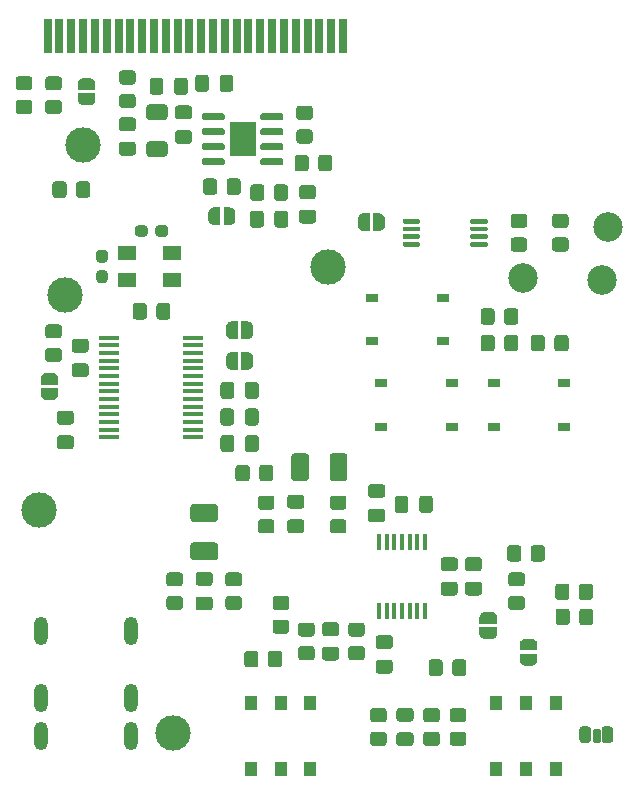
<source format=gts>
G04 #@! TF.GenerationSoftware,KiCad,Pcbnew,(5.1.7)-1*
G04 #@! TF.CreationDate,2022-01-01T19:06:31+01:00*
G04 #@! TF.ProjectId,expressDAC,65787072-6573-4734-9441-432e6b696361,rev?*
G04 #@! TF.SameCoordinates,Original*
G04 #@! TF.FileFunction,Soldermask,Top*
G04 #@! TF.FilePolarity,Negative*
%FSLAX46Y46*%
G04 Gerber Fmt 4.6, Leading zero omitted, Abs format (unit mm)*
G04 Created by KiCad (PCBNEW (5.1.7)-1) date 2022-01-01 19:06:31*
%MOMM*%
%LPD*%
G01*
G04 APERTURE LIST*
%ADD10C,3.000000*%
%ADD11R,0.700000X3.000000*%
%ADD12R,2.290000X3.000000*%
%ADD13O,1.200000X2.400000*%
%ADD14C,0.100000*%
%ADD15R,1.000000X1.150000*%
%ADD16R,1.000000X0.700000*%
%ADD17C,2.500000*%
%ADD18R,1.800000X0.450000*%
%ADD19R,0.450000X1.475000*%
%ADD20R,1.600000X1.300000*%
%ADD21C,0.254000*%
G04 APERTURE END LIST*
D10*
X70700000Y-59050000D03*
X46300000Y-79600000D03*
D11*
X72000000Y-39500000D03*
X71000000Y-39500000D03*
X70000000Y-39500000D03*
X69000000Y-39500000D03*
X68000000Y-39500000D03*
X67000000Y-39500000D03*
X66000000Y-39500000D03*
X65000000Y-39500000D03*
X64000000Y-39500000D03*
X63000000Y-39500000D03*
X62000000Y-39500000D03*
X61000000Y-39500000D03*
X60000000Y-39500000D03*
X59000000Y-39500000D03*
X58000000Y-39500000D03*
X57000000Y-39500000D03*
X56000000Y-39500000D03*
X55000000Y-39500000D03*
X54000000Y-39500000D03*
X53000000Y-39500000D03*
X52000000Y-39500000D03*
X51000000Y-39500000D03*
X50000000Y-39500000D03*
X49000000Y-39500000D03*
X48000000Y-39500000D03*
X47000000Y-39500000D03*
G36*
G01*
X75975000Y-93475000D02*
X75025000Y-93475000D01*
G75*
G02*
X74775000Y-93225000I0J250000D01*
G01*
X74775000Y-92550000D01*
G75*
G02*
X75025000Y-92300000I250000J0D01*
G01*
X75975000Y-92300000D01*
G75*
G02*
X76225000Y-92550000I0J-250000D01*
G01*
X76225000Y-93225000D01*
G75*
G02*
X75975000Y-93475000I-250000J0D01*
G01*
G37*
G36*
G01*
X75975000Y-91400000D02*
X75025000Y-91400000D01*
G75*
G02*
X74775000Y-91150000I0J250000D01*
G01*
X74775000Y-90475000D01*
G75*
G02*
X75025000Y-90225000I250000J0D01*
G01*
X75975000Y-90225000D01*
G75*
G02*
X76225000Y-90475000I0J-250000D01*
G01*
X76225000Y-91150000D01*
G75*
G02*
X75975000Y-91400000I-250000J0D01*
G01*
G37*
G36*
G01*
X92000000Y-89125001D02*
X92000000Y-88224999D01*
G75*
G02*
X92249999Y-87975000I249999J0D01*
G01*
X92950001Y-87975000D01*
G75*
G02*
X93200000Y-88224999I0J-249999D01*
G01*
X93200000Y-89125001D01*
G75*
G02*
X92950001Y-89375000I-249999J0D01*
G01*
X92249999Y-89375000D01*
G75*
G02*
X92000000Y-89125001I0J249999D01*
G01*
G37*
G36*
G01*
X90000000Y-89125001D02*
X90000000Y-88224999D01*
G75*
G02*
X90249999Y-87975000I249999J0D01*
G01*
X90950001Y-87975000D01*
G75*
G02*
X91200000Y-88224999I0J-249999D01*
G01*
X91200000Y-89125001D01*
G75*
G02*
X90950001Y-89375000I-249999J0D01*
G01*
X90249999Y-89375000D01*
G75*
G02*
X90000000Y-89125001I0J249999D01*
G01*
G37*
G36*
G01*
X91175000Y-86099999D02*
X91175000Y-87000001D01*
G75*
G02*
X90925001Y-87250000I-249999J0D01*
G01*
X90224999Y-87250000D01*
G75*
G02*
X89975000Y-87000001I0J249999D01*
G01*
X89975000Y-86099999D01*
G75*
G02*
X90224999Y-85850000I249999J0D01*
G01*
X90925001Y-85850000D01*
G75*
G02*
X91175000Y-86099999I0J-249999D01*
G01*
G37*
G36*
G01*
X93175000Y-86099999D02*
X93175000Y-87000001D01*
G75*
G02*
X92925001Y-87250000I-249999J0D01*
G01*
X92224999Y-87250000D01*
G75*
G02*
X91975000Y-87000001I0J249999D01*
G01*
X91975000Y-86099999D01*
G75*
G02*
X92224999Y-85850000I249999J0D01*
G01*
X92925001Y-85850000D01*
G75*
G02*
X93175000Y-86099999I0J-249999D01*
G01*
G37*
G36*
G01*
X93000000Y-98193750D02*
X93000000Y-99106250D01*
G75*
G02*
X92756250Y-99350000I-243750J0D01*
G01*
X92268750Y-99350000D01*
G75*
G02*
X92025000Y-99106250I0J243750D01*
G01*
X92025000Y-98193750D01*
G75*
G02*
X92268750Y-97950000I243750J0D01*
G01*
X92756250Y-97950000D01*
G75*
G02*
X93000000Y-98193750I0J-243750D01*
G01*
G37*
G36*
G01*
X94875000Y-98193750D02*
X94875000Y-99106250D01*
G75*
G02*
X94631250Y-99350000I-243750J0D01*
G01*
X94143750Y-99350000D01*
G75*
G02*
X93900000Y-99106250I0J243750D01*
G01*
X93900000Y-98193750D01*
G75*
G02*
X94143750Y-97950000I243750J0D01*
G01*
X94631250Y-97950000D01*
G75*
G02*
X94875000Y-98193750I0J-243750D01*
G01*
G37*
D12*
X63500000Y-48250000D03*
G36*
G01*
X62000000Y-50005000D02*
X62000000Y-50305000D01*
G75*
G02*
X61850000Y-50455000I-150000J0D01*
G01*
X60200000Y-50455000D01*
G75*
G02*
X60050000Y-50305000I0J150000D01*
G01*
X60050000Y-50005000D01*
G75*
G02*
X60200000Y-49855000I150000J0D01*
G01*
X61850000Y-49855000D01*
G75*
G02*
X62000000Y-50005000I0J-150000D01*
G01*
G37*
G36*
G01*
X62000000Y-48735000D02*
X62000000Y-49035000D01*
G75*
G02*
X61850000Y-49185000I-150000J0D01*
G01*
X60200000Y-49185000D01*
G75*
G02*
X60050000Y-49035000I0J150000D01*
G01*
X60050000Y-48735000D01*
G75*
G02*
X60200000Y-48585000I150000J0D01*
G01*
X61850000Y-48585000D01*
G75*
G02*
X62000000Y-48735000I0J-150000D01*
G01*
G37*
G36*
G01*
X62000000Y-47465000D02*
X62000000Y-47765000D01*
G75*
G02*
X61850000Y-47915000I-150000J0D01*
G01*
X60200000Y-47915000D01*
G75*
G02*
X60050000Y-47765000I0J150000D01*
G01*
X60050000Y-47465000D01*
G75*
G02*
X60200000Y-47315000I150000J0D01*
G01*
X61850000Y-47315000D01*
G75*
G02*
X62000000Y-47465000I0J-150000D01*
G01*
G37*
G36*
G01*
X62000000Y-46195000D02*
X62000000Y-46495000D01*
G75*
G02*
X61850000Y-46645000I-150000J0D01*
G01*
X60200000Y-46645000D01*
G75*
G02*
X60050000Y-46495000I0J150000D01*
G01*
X60050000Y-46195000D01*
G75*
G02*
X60200000Y-46045000I150000J0D01*
G01*
X61850000Y-46045000D01*
G75*
G02*
X62000000Y-46195000I0J-150000D01*
G01*
G37*
G36*
G01*
X66950000Y-46195000D02*
X66950000Y-46495000D01*
G75*
G02*
X66800000Y-46645000I-150000J0D01*
G01*
X65150000Y-46645000D01*
G75*
G02*
X65000000Y-46495000I0J150000D01*
G01*
X65000000Y-46195000D01*
G75*
G02*
X65150000Y-46045000I150000J0D01*
G01*
X66800000Y-46045000D01*
G75*
G02*
X66950000Y-46195000I0J-150000D01*
G01*
G37*
G36*
G01*
X66950000Y-47465000D02*
X66950000Y-47765000D01*
G75*
G02*
X66800000Y-47915000I-150000J0D01*
G01*
X65150000Y-47915000D01*
G75*
G02*
X65000000Y-47765000I0J150000D01*
G01*
X65000000Y-47465000D01*
G75*
G02*
X65150000Y-47315000I150000J0D01*
G01*
X66800000Y-47315000D01*
G75*
G02*
X66950000Y-47465000I0J-150000D01*
G01*
G37*
G36*
G01*
X66950000Y-48735000D02*
X66950000Y-49035000D01*
G75*
G02*
X66800000Y-49185000I-150000J0D01*
G01*
X65150000Y-49185000D01*
G75*
G02*
X65000000Y-49035000I0J150000D01*
G01*
X65000000Y-48735000D01*
G75*
G02*
X65150000Y-48585000I150000J0D01*
G01*
X66800000Y-48585000D01*
G75*
G02*
X66950000Y-48735000I0J-150000D01*
G01*
G37*
G36*
G01*
X66950000Y-50005000D02*
X66950000Y-50305000D01*
G75*
G02*
X66800000Y-50455000I-150000J0D01*
G01*
X65150000Y-50455000D01*
G75*
G02*
X65000000Y-50305000I0J150000D01*
G01*
X65000000Y-50005000D01*
G75*
G02*
X65150000Y-49855000I150000J0D01*
G01*
X66800000Y-49855000D01*
G75*
G02*
X66950000Y-50005000I0J-150000D01*
G01*
G37*
G36*
G01*
X66200000Y-55475000D02*
X66200000Y-54525000D01*
G75*
G02*
X66450000Y-54275000I250000J0D01*
G01*
X67125000Y-54275000D01*
G75*
G02*
X67375000Y-54525000I0J-250000D01*
G01*
X67375000Y-55475000D01*
G75*
G02*
X67125000Y-55725000I-250000J0D01*
G01*
X66450000Y-55725000D01*
G75*
G02*
X66200000Y-55475000I0J250000D01*
G01*
G37*
G36*
G01*
X64125000Y-55475000D02*
X64125000Y-54525000D01*
G75*
G02*
X64375000Y-54275000I250000J0D01*
G01*
X65050000Y-54275000D01*
G75*
G02*
X65300000Y-54525000I0J-250000D01*
G01*
X65300000Y-55475000D01*
G75*
G02*
X65050000Y-55725000I-250000J0D01*
G01*
X64375000Y-55725000D01*
G75*
G02*
X64125000Y-55475000I0J250000D01*
G01*
G37*
G36*
G01*
X68525000Y-52125000D02*
X69475000Y-52125000D01*
G75*
G02*
X69725000Y-52375000I0J-250000D01*
G01*
X69725000Y-53050000D01*
G75*
G02*
X69475000Y-53300000I-250000J0D01*
G01*
X68525000Y-53300000D01*
G75*
G02*
X68275000Y-53050000I0J250000D01*
G01*
X68275000Y-52375000D01*
G75*
G02*
X68525000Y-52125000I250000J0D01*
G01*
G37*
G36*
G01*
X68525000Y-54200000D02*
X69475000Y-54200000D01*
G75*
G02*
X69725000Y-54450000I0J-250000D01*
G01*
X69725000Y-55125000D01*
G75*
G02*
X69475000Y-55375000I-250000J0D01*
G01*
X68525000Y-55375000D01*
G75*
G02*
X68275000Y-55125000I0J250000D01*
G01*
X68275000Y-54450000D01*
G75*
G02*
X68525000Y-54200000I250000J0D01*
G01*
G37*
G36*
G01*
X57700000Y-44225000D02*
X57700000Y-43275000D01*
G75*
G02*
X57950000Y-43025000I250000J0D01*
G01*
X58625000Y-43025000D01*
G75*
G02*
X58875000Y-43275000I0J-250000D01*
G01*
X58875000Y-44225000D01*
G75*
G02*
X58625000Y-44475000I-250000J0D01*
G01*
X57950000Y-44475000D01*
G75*
G02*
X57700000Y-44225000I0J250000D01*
G01*
G37*
G36*
G01*
X55625000Y-44225000D02*
X55625000Y-43275000D01*
G75*
G02*
X55875000Y-43025000I250000J0D01*
G01*
X56550000Y-43025000D01*
G75*
G02*
X56800000Y-43275000I0J-250000D01*
G01*
X56800000Y-44225000D01*
G75*
G02*
X56550000Y-44475000I-250000J0D01*
G01*
X55875000Y-44475000D01*
G75*
G02*
X55625000Y-44225000I0J250000D01*
G01*
G37*
G36*
G01*
X54225000Y-47550000D02*
X53275000Y-47550000D01*
G75*
G02*
X53025000Y-47300000I0J250000D01*
G01*
X53025000Y-46625000D01*
G75*
G02*
X53275000Y-46375000I250000J0D01*
G01*
X54225000Y-46375000D01*
G75*
G02*
X54475000Y-46625000I0J-250000D01*
G01*
X54475000Y-47300000D01*
G75*
G02*
X54225000Y-47550000I-250000J0D01*
G01*
G37*
G36*
G01*
X54225000Y-49625000D02*
X53275000Y-49625000D01*
G75*
G02*
X53025000Y-49375000I0J250000D01*
G01*
X53025000Y-48700000D01*
G75*
G02*
X53275000Y-48450000I250000J0D01*
G01*
X54225000Y-48450000D01*
G75*
G02*
X54475000Y-48700000I0J-250000D01*
G01*
X54475000Y-49375000D01*
G75*
G02*
X54225000Y-49625000I-250000J0D01*
G01*
G37*
G36*
G01*
X58975000Y-48625000D02*
X58025000Y-48625000D01*
G75*
G02*
X57775000Y-48375000I0J250000D01*
G01*
X57775000Y-47700000D01*
G75*
G02*
X58025000Y-47450000I250000J0D01*
G01*
X58975000Y-47450000D01*
G75*
G02*
X59225000Y-47700000I0J-250000D01*
G01*
X59225000Y-48375000D01*
G75*
G02*
X58975000Y-48625000I-250000J0D01*
G01*
G37*
G36*
G01*
X58975000Y-46550000D02*
X58025000Y-46550000D01*
G75*
G02*
X57775000Y-46300000I0J250000D01*
G01*
X57775000Y-45625000D01*
G75*
G02*
X58025000Y-45375000I250000J0D01*
G01*
X58975000Y-45375000D01*
G75*
G02*
X59225000Y-45625000I0J-250000D01*
G01*
X59225000Y-46300000D01*
G75*
G02*
X58975000Y-46550000I-250000J0D01*
G01*
G37*
G36*
G01*
X50225000Y-68375000D02*
X49275000Y-68375000D01*
G75*
G02*
X49025000Y-68125000I0J250000D01*
G01*
X49025000Y-67450000D01*
G75*
G02*
X49275000Y-67200000I250000J0D01*
G01*
X50225000Y-67200000D01*
G75*
G02*
X50475000Y-67450000I0J-250000D01*
G01*
X50475000Y-68125000D01*
G75*
G02*
X50225000Y-68375000I-250000J0D01*
G01*
G37*
G36*
G01*
X50225000Y-66300000D02*
X49275000Y-66300000D01*
G75*
G02*
X49025000Y-66050000I0J250000D01*
G01*
X49025000Y-65375000D01*
G75*
G02*
X49275000Y-65125000I250000J0D01*
G01*
X50225000Y-65125000D01*
G75*
G02*
X50475000Y-65375000I0J-250000D01*
G01*
X50475000Y-66050000D01*
G75*
G02*
X50225000Y-66300000I-250000J0D01*
G01*
G37*
G36*
G01*
X48975000Y-72400000D02*
X48025000Y-72400000D01*
G75*
G02*
X47775000Y-72150000I0J250000D01*
G01*
X47775000Y-71475000D01*
G75*
G02*
X48025000Y-71225000I250000J0D01*
G01*
X48975000Y-71225000D01*
G75*
G02*
X49225000Y-71475000I0J-250000D01*
G01*
X49225000Y-72150000D01*
G75*
G02*
X48975000Y-72400000I-250000J0D01*
G01*
G37*
G36*
G01*
X48975000Y-74475000D02*
X48025000Y-74475000D01*
G75*
G02*
X47775000Y-74225000I0J250000D01*
G01*
X47775000Y-73550000D01*
G75*
G02*
X48025000Y-73300000I250000J0D01*
G01*
X48975000Y-73300000D01*
G75*
G02*
X49225000Y-73550000I0J-250000D01*
G01*
X49225000Y-74225000D01*
G75*
G02*
X48975000Y-74475000I-250000J0D01*
G01*
G37*
G36*
G01*
X61625000Y-72225000D02*
X61625000Y-71275000D01*
G75*
G02*
X61875000Y-71025000I250000J0D01*
G01*
X62550000Y-71025000D01*
G75*
G02*
X62800000Y-71275000I0J-250000D01*
G01*
X62800000Y-72225000D01*
G75*
G02*
X62550000Y-72475000I-250000J0D01*
G01*
X61875000Y-72475000D01*
G75*
G02*
X61625000Y-72225000I0J250000D01*
G01*
G37*
G36*
G01*
X63700000Y-72225000D02*
X63700000Y-71275000D01*
G75*
G02*
X63950000Y-71025000I250000J0D01*
G01*
X64625000Y-71025000D01*
G75*
G02*
X64875000Y-71275000I0J-250000D01*
G01*
X64875000Y-72225000D01*
G75*
G02*
X64625000Y-72475000I-250000J0D01*
G01*
X63950000Y-72475000D01*
G75*
G02*
X63700000Y-72225000I0J250000D01*
G01*
G37*
G36*
G01*
X61625000Y-69975000D02*
X61625000Y-69025000D01*
G75*
G02*
X61875000Y-68775000I250000J0D01*
G01*
X62550000Y-68775000D01*
G75*
G02*
X62800000Y-69025000I0J-250000D01*
G01*
X62800000Y-69975000D01*
G75*
G02*
X62550000Y-70225000I-250000J0D01*
G01*
X61875000Y-70225000D01*
G75*
G02*
X61625000Y-69975000I0J250000D01*
G01*
G37*
G36*
G01*
X63700000Y-69975000D02*
X63700000Y-69025000D01*
G75*
G02*
X63950000Y-68775000I250000J0D01*
G01*
X64625000Y-68775000D01*
G75*
G02*
X64875000Y-69025000I0J-250000D01*
G01*
X64875000Y-69975000D01*
G75*
G02*
X64625000Y-70225000I-250000J0D01*
G01*
X63950000Y-70225000D01*
G75*
G02*
X63700000Y-69975000I0J250000D01*
G01*
G37*
G36*
G01*
X63700000Y-74475000D02*
X63700000Y-73525000D01*
G75*
G02*
X63950000Y-73275000I250000J0D01*
G01*
X64625000Y-73275000D01*
G75*
G02*
X64875000Y-73525000I0J-250000D01*
G01*
X64875000Y-74475000D01*
G75*
G02*
X64625000Y-74725000I-250000J0D01*
G01*
X63950000Y-74725000D01*
G75*
G02*
X63700000Y-74475000I0J250000D01*
G01*
G37*
G36*
G01*
X61625000Y-74475000D02*
X61625000Y-73525000D01*
G75*
G02*
X61875000Y-73275000I250000J0D01*
G01*
X62550000Y-73275000D01*
G75*
G02*
X62800000Y-73525000I0J-250000D01*
G01*
X62800000Y-74475000D01*
G75*
G02*
X62550000Y-74725000I-250000J0D01*
G01*
X61875000Y-74725000D01*
G75*
G02*
X61625000Y-74475000I0J250000D01*
G01*
G37*
G36*
G01*
X60725000Y-86050000D02*
X59775000Y-86050000D01*
G75*
G02*
X59525000Y-85800000I0J250000D01*
G01*
X59525000Y-85125000D01*
G75*
G02*
X59775000Y-84875000I250000J0D01*
G01*
X60725000Y-84875000D01*
G75*
G02*
X60975000Y-85125000I0J-250000D01*
G01*
X60975000Y-85800000D01*
G75*
G02*
X60725000Y-86050000I-250000J0D01*
G01*
G37*
G36*
G01*
X60725000Y-88125000D02*
X59775000Y-88125000D01*
G75*
G02*
X59525000Y-87875000I0J250000D01*
G01*
X59525000Y-87200000D01*
G75*
G02*
X59775000Y-86950000I250000J0D01*
G01*
X60725000Y-86950000D01*
G75*
G02*
X60975000Y-87200000I0J-250000D01*
G01*
X60975000Y-87875000D01*
G75*
G02*
X60725000Y-88125000I-250000J0D01*
G01*
G37*
G36*
G01*
X61175000Y-80625000D02*
X59325000Y-80625000D01*
G75*
G02*
X59075000Y-80375000I0J250000D01*
G01*
X59075000Y-79375000D01*
G75*
G02*
X59325000Y-79125000I250000J0D01*
G01*
X61175000Y-79125000D01*
G75*
G02*
X61425000Y-79375000I0J-250000D01*
G01*
X61425000Y-80375000D01*
G75*
G02*
X61175000Y-80625000I-250000J0D01*
G01*
G37*
G36*
G01*
X61175000Y-83875000D02*
X59325000Y-83875000D01*
G75*
G02*
X59075000Y-83625000I0J250000D01*
G01*
X59075000Y-82625000D01*
G75*
G02*
X59325000Y-82375000I250000J0D01*
G01*
X61175000Y-82375000D01*
G75*
G02*
X61425000Y-82625000I0J-250000D01*
G01*
X61425000Y-83625000D01*
G75*
G02*
X61175000Y-83875000I-250000J0D01*
G01*
G37*
G36*
G01*
X71425000Y-92375000D02*
X70475000Y-92375000D01*
G75*
G02*
X70225000Y-92125000I0J250000D01*
G01*
X70225000Y-91450000D01*
G75*
G02*
X70475000Y-91200000I250000J0D01*
G01*
X71425000Y-91200000D01*
G75*
G02*
X71675000Y-91450000I0J-250000D01*
G01*
X71675000Y-92125000D01*
G75*
G02*
X71425000Y-92375000I-250000J0D01*
G01*
G37*
G36*
G01*
X71425000Y-90300000D02*
X70475000Y-90300000D01*
G75*
G02*
X70225000Y-90050000I0J250000D01*
G01*
X70225000Y-89375000D01*
G75*
G02*
X70475000Y-89125000I250000J0D01*
G01*
X71425000Y-89125000D01*
G75*
G02*
X71675000Y-89375000I0J-250000D01*
G01*
X71675000Y-90050000D01*
G75*
G02*
X71425000Y-90300000I-250000J0D01*
G01*
G37*
G36*
G01*
X74375000Y-79500000D02*
X75325000Y-79500000D01*
G75*
G02*
X75575000Y-79750000I0J-250000D01*
G01*
X75575000Y-80425000D01*
G75*
G02*
X75325000Y-80675000I-250000J0D01*
G01*
X74375000Y-80675000D01*
G75*
G02*
X74125000Y-80425000I0J250000D01*
G01*
X74125000Y-79750000D01*
G75*
G02*
X74375000Y-79500000I250000J0D01*
G01*
G37*
G36*
G01*
X74375000Y-77425000D02*
X75325000Y-77425000D01*
G75*
G02*
X75575000Y-77675000I0J-250000D01*
G01*
X75575000Y-78350000D01*
G75*
G02*
X75325000Y-78600000I-250000J0D01*
G01*
X74375000Y-78600000D01*
G75*
G02*
X74125000Y-78350000I0J250000D01*
G01*
X74125000Y-77675000D01*
G75*
G02*
X74375000Y-77425000I250000J0D01*
G01*
G37*
G36*
G01*
X79625000Y-78675000D02*
X79625000Y-79625000D01*
G75*
G02*
X79375000Y-79875000I-250000J0D01*
G01*
X78700000Y-79875000D01*
G75*
G02*
X78450000Y-79625000I0J250000D01*
G01*
X78450000Y-78675000D01*
G75*
G02*
X78700000Y-78425000I250000J0D01*
G01*
X79375000Y-78425000D01*
G75*
G02*
X79625000Y-78675000I0J-250000D01*
G01*
G37*
G36*
G01*
X77550000Y-78675000D02*
X77550000Y-79625000D01*
G75*
G02*
X77300000Y-79875000I-250000J0D01*
G01*
X76625000Y-79875000D01*
G75*
G02*
X76375000Y-79625000I0J250000D01*
G01*
X76375000Y-78675000D01*
G75*
G02*
X76625000Y-78425000I250000J0D01*
G01*
X77300000Y-78425000D01*
G75*
G02*
X77550000Y-78675000I0J-250000D01*
G01*
G37*
G36*
G01*
X83525000Y-86875000D02*
X82575000Y-86875000D01*
G75*
G02*
X82325000Y-86625000I0J250000D01*
G01*
X82325000Y-85950000D01*
G75*
G02*
X82575000Y-85700000I250000J0D01*
G01*
X83525000Y-85700000D01*
G75*
G02*
X83775000Y-85950000I0J-250000D01*
G01*
X83775000Y-86625000D01*
G75*
G02*
X83525000Y-86875000I-250000J0D01*
G01*
G37*
G36*
G01*
X83525000Y-84800000D02*
X82575000Y-84800000D01*
G75*
G02*
X82325000Y-84550000I0J250000D01*
G01*
X82325000Y-83875000D01*
G75*
G02*
X82575000Y-83625000I250000J0D01*
G01*
X83525000Y-83625000D01*
G75*
G02*
X83775000Y-83875000I0J-250000D01*
G01*
X83775000Y-84550000D01*
G75*
G02*
X83525000Y-84800000I-250000J0D01*
G01*
G37*
G36*
G01*
X76775000Y-98450000D02*
X77725000Y-98450000D01*
G75*
G02*
X77975000Y-98700000I0J-250000D01*
G01*
X77975000Y-99375000D01*
G75*
G02*
X77725000Y-99625000I-250000J0D01*
G01*
X76775000Y-99625000D01*
G75*
G02*
X76525000Y-99375000I0J250000D01*
G01*
X76525000Y-98700000D01*
G75*
G02*
X76775000Y-98450000I250000J0D01*
G01*
G37*
G36*
G01*
X76775000Y-96375000D02*
X77725000Y-96375000D01*
G75*
G02*
X77975000Y-96625000I0J-250000D01*
G01*
X77975000Y-97300000D01*
G75*
G02*
X77725000Y-97550000I-250000J0D01*
G01*
X76775000Y-97550000D01*
G75*
G02*
X76525000Y-97300000I0J250000D01*
G01*
X76525000Y-96625000D01*
G75*
G02*
X76775000Y-96375000I250000J0D01*
G01*
G37*
G36*
G01*
X67625000Y-76925000D02*
X67625000Y-75075000D01*
G75*
G02*
X67875000Y-74825000I250000J0D01*
G01*
X68875000Y-74825000D01*
G75*
G02*
X69125000Y-75075000I0J-250000D01*
G01*
X69125000Y-76925000D01*
G75*
G02*
X68875000Y-77175000I-250000J0D01*
G01*
X67875000Y-77175000D01*
G75*
G02*
X67625000Y-76925000I0J250000D01*
G01*
G37*
G36*
G01*
X70875000Y-76925000D02*
X70875000Y-75075000D01*
G75*
G02*
X71125000Y-74825000I250000J0D01*
G01*
X72125000Y-74825000D01*
G75*
G02*
X72375000Y-75075000I0J-250000D01*
G01*
X72375000Y-76925000D01*
G75*
G02*
X72125000Y-77175000I-250000J0D01*
G01*
X71125000Y-77175000D01*
G75*
G02*
X70875000Y-76925000I0J250000D01*
G01*
G37*
G36*
G01*
X81475000Y-86875000D02*
X80525000Y-86875000D01*
G75*
G02*
X80275000Y-86625000I0J250000D01*
G01*
X80275000Y-85950000D01*
G75*
G02*
X80525000Y-85700000I250000J0D01*
G01*
X81475000Y-85700000D01*
G75*
G02*
X81725000Y-85950000I0J-250000D01*
G01*
X81725000Y-86625000D01*
G75*
G02*
X81475000Y-86875000I-250000J0D01*
G01*
G37*
G36*
G01*
X81475000Y-84800000D02*
X80525000Y-84800000D01*
G75*
G02*
X80275000Y-84550000I0J250000D01*
G01*
X80275000Y-83875000D01*
G75*
G02*
X80525000Y-83625000I250000J0D01*
G01*
X81475000Y-83625000D01*
G75*
G02*
X81725000Y-83875000I0J-250000D01*
G01*
X81725000Y-84550000D01*
G75*
G02*
X81475000Y-84800000I-250000J0D01*
G01*
G37*
G36*
G01*
X68475000Y-81587500D02*
X67525000Y-81587500D01*
G75*
G02*
X67275000Y-81337500I0J250000D01*
G01*
X67275000Y-80662500D01*
G75*
G02*
X67525000Y-80412500I250000J0D01*
G01*
X68475000Y-80412500D01*
G75*
G02*
X68725000Y-80662500I0J-250000D01*
G01*
X68725000Y-81337500D01*
G75*
G02*
X68475000Y-81587500I-250000J0D01*
G01*
G37*
G36*
G01*
X68475000Y-79512500D02*
X67525000Y-79512500D01*
G75*
G02*
X67275000Y-79262500I0J250000D01*
G01*
X67275000Y-78587500D01*
G75*
G02*
X67525000Y-78337500I250000J0D01*
G01*
X68475000Y-78337500D01*
G75*
G02*
X68725000Y-78587500I0J-250000D01*
G01*
X68725000Y-79262500D01*
G75*
G02*
X68475000Y-79512500I-250000J0D01*
G01*
G37*
G36*
G01*
X51837500Y-60400000D02*
X51362500Y-60400000D01*
G75*
G02*
X51125000Y-60162500I0J237500D01*
G01*
X51125000Y-59562500D01*
G75*
G02*
X51362500Y-59325000I237500J0D01*
G01*
X51837500Y-59325000D01*
G75*
G02*
X52075000Y-59562500I0J-237500D01*
G01*
X52075000Y-60162500D01*
G75*
G02*
X51837500Y-60400000I-237500J0D01*
G01*
G37*
G36*
G01*
X51837500Y-58675000D02*
X51362500Y-58675000D01*
G75*
G02*
X51125000Y-58437500I0J237500D01*
G01*
X51125000Y-57837500D01*
G75*
G02*
X51362500Y-57600000I237500J0D01*
G01*
X51837500Y-57600000D01*
G75*
G02*
X52075000Y-57837500I0J-237500D01*
G01*
X52075000Y-58437500D01*
G75*
G02*
X51837500Y-58675000I-237500J0D01*
G01*
G37*
G36*
G01*
X55475000Y-55762500D02*
X55475000Y-56237500D01*
G75*
G02*
X55237500Y-56475000I-237500J0D01*
G01*
X54637500Y-56475000D01*
G75*
G02*
X54400000Y-56237500I0J237500D01*
G01*
X54400000Y-55762500D01*
G75*
G02*
X54637500Y-55525000I237500J0D01*
G01*
X55237500Y-55525000D01*
G75*
G02*
X55475000Y-55762500I0J-237500D01*
G01*
G37*
G36*
G01*
X57200000Y-55762500D02*
X57200000Y-56237500D01*
G75*
G02*
X56962500Y-56475000I-237500J0D01*
G01*
X56362500Y-56475000D01*
G75*
G02*
X56125000Y-56237500I0J237500D01*
G01*
X56125000Y-55762500D01*
G75*
G02*
X56362500Y-55525000I237500J0D01*
G01*
X56962500Y-55525000D01*
G75*
G02*
X57200000Y-55762500I0J-237500D01*
G01*
G37*
G36*
G01*
X61550000Y-43975000D02*
X61550000Y-43025000D01*
G75*
G02*
X61800000Y-42775000I250000J0D01*
G01*
X62475000Y-42775000D01*
G75*
G02*
X62725000Y-43025000I0J-250000D01*
G01*
X62725000Y-43975000D01*
G75*
G02*
X62475000Y-44225000I-250000J0D01*
G01*
X61800000Y-44225000D01*
G75*
G02*
X61550000Y-43975000I0J250000D01*
G01*
G37*
G36*
G01*
X59475000Y-43975000D02*
X59475000Y-43025000D01*
G75*
G02*
X59725000Y-42775000I250000J0D01*
G01*
X60400000Y-42775000D01*
G75*
G02*
X60650000Y-43025000I0J-250000D01*
G01*
X60650000Y-43975000D01*
G75*
G02*
X60400000Y-44225000I-250000J0D01*
G01*
X59725000Y-44225000D01*
G75*
G02*
X59475000Y-43975000I0J250000D01*
G01*
G37*
G36*
G01*
X56900001Y-49725000D02*
X55599999Y-49725000D01*
G75*
G02*
X55350000Y-49475001I0J249999D01*
G01*
X55350000Y-48649999D01*
G75*
G02*
X55599999Y-48400000I249999J0D01*
G01*
X56900001Y-48400000D01*
G75*
G02*
X57150000Y-48649999I0J-249999D01*
G01*
X57150000Y-49475001D01*
G75*
G02*
X56900001Y-49725000I-249999J0D01*
G01*
G37*
G36*
G01*
X56900001Y-46600000D02*
X55599999Y-46600000D01*
G75*
G02*
X55350000Y-46350001I0J249999D01*
G01*
X55350000Y-45524999D01*
G75*
G02*
X55599999Y-45275000I249999J0D01*
G01*
X56900001Y-45275000D01*
G75*
G02*
X57150000Y-45524999I0J-249999D01*
G01*
X57150000Y-46350001D01*
G75*
G02*
X56900001Y-46600000I-249999J0D01*
G01*
G37*
D13*
X46450000Y-89850000D03*
X54050000Y-98750000D03*
X54050000Y-89850000D03*
X54050000Y-95550000D03*
X46450000Y-95550000D03*
X46450000Y-98750000D03*
D14*
G36*
X51042000Y-44346000D02*
G01*
X51042000Y-44846000D01*
X51041398Y-44846000D01*
X51041398Y-44870534D01*
X51036588Y-44919365D01*
X51027016Y-44967490D01*
X51012772Y-45014445D01*
X50993995Y-45059778D01*
X50970864Y-45103051D01*
X50943604Y-45143850D01*
X50912476Y-45181779D01*
X50877779Y-45216476D01*
X50839850Y-45247604D01*
X50799051Y-45274864D01*
X50755778Y-45297995D01*
X50710445Y-45316772D01*
X50663490Y-45331016D01*
X50615365Y-45340588D01*
X50566534Y-45345398D01*
X50542000Y-45345398D01*
X50542000Y-45346000D01*
X50042000Y-45346000D01*
X50042000Y-45345398D01*
X50017466Y-45345398D01*
X49968635Y-45340588D01*
X49920510Y-45331016D01*
X49873555Y-45316772D01*
X49828222Y-45297995D01*
X49784949Y-45274864D01*
X49744150Y-45247604D01*
X49706221Y-45216476D01*
X49671524Y-45181779D01*
X49640396Y-45143850D01*
X49613136Y-45103051D01*
X49590005Y-45059778D01*
X49571228Y-45014445D01*
X49556984Y-44967490D01*
X49547412Y-44919365D01*
X49542602Y-44870534D01*
X49542602Y-44846000D01*
X49542000Y-44846000D01*
X49542000Y-44346000D01*
X51042000Y-44346000D01*
G37*
G36*
X49542602Y-43546000D02*
G01*
X49542602Y-43521466D01*
X49547412Y-43472635D01*
X49556984Y-43424510D01*
X49571228Y-43377555D01*
X49590005Y-43332222D01*
X49613136Y-43288949D01*
X49640396Y-43248150D01*
X49671524Y-43210221D01*
X49706221Y-43175524D01*
X49744150Y-43144396D01*
X49784949Y-43117136D01*
X49828222Y-43094005D01*
X49873555Y-43075228D01*
X49920510Y-43060984D01*
X49968635Y-43051412D01*
X50017466Y-43046602D01*
X50042000Y-43046602D01*
X50042000Y-43046000D01*
X50542000Y-43046000D01*
X50542000Y-43046602D01*
X50566534Y-43046602D01*
X50615365Y-43051412D01*
X50663490Y-43060984D01*
X50710445Y-43075228D01*
X50755778Y-43094005D01*
X50799051Y-43117136D01*
X50839850Y-43144396D01*
X50877779Y-43175524D01*
X50912476Y-43210221D01*
X50943604Y-43248150D01*
X50970864Y-43288949D01*
X50993995Y-43332222D01*
X51012772Y-43377555D01*
X51027016Y-43424510D01*
X51036588Y-43472635D01*
X51041398Y-43521466D01*
X51041398Y-43546000D01*
X51042000Y-43546000D01*
X51042000Y-44046000D01*
X49542000Y-44046000D01*
X49542000Y-43546000D01*
X49542602Y-43546000D01*
G37*
G36*
G01*
X60150000Y-52700001D02*
X60150000Y-51799999D01*
G75*
G02*
X60399999Y-51550000I249999J0D01*
G01*
X61100001Y-51550000D01*
G75*
G02*
X61350000Y-51799999I0J-249999D01*
G01*
X61350000Y-52700001D01*
G75*
G02*
X61100001Y-52950000I-249999J0D01*
G01*
X60399999Y-52950000D01*
G75*
G02*
X60150000Y-52700001I0J249999D01*
G01*
G37*
G36*
G01*
X62150000Y-52700001D02*
X62150000Y-51799999D01*
G75*
G02*
X62399999Y-51550000I249999J0D01*
G01*
X63100001Y-51550000D01*
G75*
G02*
X63350000Y-51799999I0J-249999D01*
G01*
X63350000Y-52700001D01*
G75*
G02*
X63100001Y-52950000I-249999J0D01*
G01*
X62399999Y-52950000D01*
G75*
G02*
X62150000Y-52700001I0J249999D01*
G01*
G37*
G36*
X47900000Y-69300000D02*
G01*
X47900000Y-69800000D01*
X47899398Y-69800000D01*
X47899398Y-69824534D01*
X47894588Y-69873365D01*
X47885016Y-69921490D01*
X47870772Y-69968445D01*
X47851995Y-70013778D01*
X47828864Y-70057051D01*
X47801604Y-70097850D01*
X47770476Y-70135779D01*
X47735779Y-70170476D01*
X47697850Y-70201604D01*
X47657051Y-70228864D01*
X47613778Y-70251995D01*
X47568445Y-70270772D01*
X47521490Y-70285016D01*
X47473365Y-70294588D01*
X47424534Y-70299398D01*
X47400000Y-70299398D01*
X47400000Y-70300000D01*
X46900000Y-70300000D01*
X46900000Y-70299398D01*
X46875466Y-70299398D01*
X46826635Y-70294588D01*
X46778510Y-70285016D01*
X46731555Y-70270772D01*
X46686222Y-70251995D01*
X46642949Y-70228864D01*
X46602150Y-70201604D01*
X46564221Y-70170476D01*
X46529524Y-70135779D01*
X46498396Y-70097850D01*
X46471136Y-70057051D01*
X46448005Y-70013778D01*
X46429228Y-69968445D01*
X46414984Y-69921490D01*
X46405412Y-69873365D01*
X46400602Y-69824534D01*
X46400602Y-69800000D01*
X46400000Y-69800000D01*
X46400000Y-69300000D01*
X47900000Y-69300000D01*
G37*
G36*
X46400602Y-68500000D02*
G01*
X46400602Y-68475466D01*
X46405412Y-68426635D01*
X46414984Y-68378510D01*
X46429228Y-68331555D01*
X46448005Y-68286222D01*
X46471136Y-68242949D01*
X46498396Y-68202150D01*
X46529524Y-68164221D01*
X46564221Y-68129524D01*
X46602150Y-68098396D01*
X46642949Y-68071136D01*
X46686222Y-68048005D01*
X46731555Y-68029228D01*
X46778510Y-68014984D01*
X46826635Y-68005412D01*
X46875466Y-68000602D01*
X46900000Y-68000602D01*
X46900000Y-68000000D01*
X47400000Y-68000000D01*
X47400000Y-68000602D01*
X47424534Y-68000602D01*
X47473365Y-68005412D01*
X47521490Y-68014984D01*
X47568445Y-68029228D01*
X47613778Y-68048005D01*
X47657051Y-68071136D01*
X47697850Y-68098396D01*
X47735779Y-68129524D01*
X47770476Y-68164221D01*
X47801604Y-68202150D01*
X47828864Y-68242949D01*
X47851995Y-68286222D01*
X47870772Y-68331555D01*
X47885016Y-68378510D01*
X47894588Y-68426635D01*
X47899398Y-68475466D01*
X47899398Y-68500000D01*
X47900000Y-68500000D01*
X47900000Y-69000000D01*
X46400000Y-69000000D01*
X46400000Y-68500000D01*
X46400602Y-68500000D01*
G37*
G36*
X73750000Y-55999398D02*
G01*
X73725466Y-55999398D01*
X73676635Y-55994588D01*
X73628510Y-55985016D01*
X73581555Y-55970772D01*
X73536222Y-55951995D01*
X73492949Y-55928864D01*
X73452150Y-55901604D01*
X73414221Y-55870476D01*
X73379524Y-55835779D01*
X73348396Y-55797850D01*
X73321136Y-55757051D01*
X73298005Y-55713778D01*
X73279228Y-55668445D01*
X73264984Y-55621490D01*
X73255412Y-55573365D01*
X73250602Y-55524534D01*
X73250602Y-55500000D01*
X73250000Y-55500000D01*
X73250000Y-55000000D01*
X73250602Y-55000000D01*
X73250602Y-54975466D01*
X73255412Y-54926635D01*
X73264984Y-54878510D01*
X73279228Y-54831555D01*
X73298005Y-54786222D01*
X73321136Y-54742949D01*
X73348396Y-54702150D01*
X73379524Y-54664221D01*
X73414221Y-54629524D01*
X73452150Y-54598396D01*
X73492949Y-54571136D01*
X73536222Y-54548005D01*
X73581555Y-54529228D01*
X73628510Y-54514984D01*
X73676635Y-54505412D01*
X73725466Y-54500602D01*
X73750000Y-54500602D01*
X73750000Y-54500000D01*
X74250000Y-54500000D01*
X74250000Y-56000000D01*
X73750000Y-56000000D01*
X73750000Y-55999398D01*
G37*
G36*
X74550000Y-54500000D02*
G01*
X75050000Y-54500000D01*
X75050000Y-54500602D01*
X75074534Y-54500602D01*
X75123365Y-54505412D01*
X75171490Y-54514984D01*
X75218445Y-54529228D01*
X75263778Y-54548005D01*
X75307051Y-54571136D01*
X75347850Y-54598396D01*
X75385779Y-54629524D01*
X75420476Y-54664221D01*
X75451604Y-54702150D01*
X75478864Y-54742949D01*
X75501995Y-54786222D01*
X75520772Y-54831555D01*
X75535016Y-54878510D01*
X75544588Y-54926635D01*
X75549398Y-54975466D01*
X75549398Y-55000000D01*
X75550000Y-55000000D01*
X75550000Y-55500000D01*
X75549398Y-55500000D01*
X75549398Y-55524534D01*
X75544588Y-55573365D01*
X75535016Y-55621490D01*
X75520772Y-55668445D01*
X75501995Y-55713778D01*
X75478864Y-55757051D01*
X75451604Y-55797850D01*
X75420476Y-55835779D01*
X75385779Y-55870476D01*
X75347850Y-55901604D01*
X75307051Y-55928864D01*
X75263778Y-55951995D01*
X75218445Y-55970772D01*
X75171490Y-55985016D01*
X75123365Y-55994588D01*
X75074534Y-55999398D01*
X75050000Y-55999398D01*
X75050000Y-56000000D01*
X74550000Y-56000000D01*
X74550000Y-54500000D01*
G37*
G36*
X61900000Y-54000000D02*
G01*
X62400000Y-54000000D01*
X62400000Y-54000602D01*
X62424534Y-54000602D01*
X62473365Y-54005412D01*
X62521490Y-54014984D01*
X62568445Y-54029228D01*
X62613778Y-54048005D01*
X62657051Y-54071136D01*
X62697850Y-54098396D01*
X62735779Y-54129524D01*
X62770476Y-54164221D01*
X62801604Y-54202150D01*
X62828864Y-54242949D01*
X62851995Y-54286222D01*
X62870772Y-54331555D01*
X62885016Y-54378510D01*
X62894588Y-54426635D01*
X62899398Y-54475466D01*
X62899398Y-54500000D01*
X62900000Y-54500000D01*
X62900000Y-55000000D01*
X62899398Y-55000000D01*
X62899398Y-55024534D01*
X62894588Y-55073365D01*
X62885016Y-55121490D01*
X62870772Y-55168445D01*
X62851995Y-55213778D01*
X62828864Y-55257051D01*
X62801604Y-55297850D01*
X62770476Y-55335779D01*
X62735779Y-55370476D01*
X62697850Y-55401604D01*
X62657051Y-55428864D01*
X62613778Y-55451995D01*
X62568445Y-55470772D01*
X62521490Y-55485016D01*
X62473365Y-55494588D01*
X62424534Y-55499398D01*
X62400000Y-55499398D01*
X62400000Y-55500000D01*
X61900000Y-55500000D01*
X61900000Y-54000000D01*
G37*
G36*
X61100000Y-55499398D02*
G01*
X61075466Y-55499398D01*
X61026635Y-55494588D01*
X60978510Y-55485016D01*
X60931555Y-55470772D01*
X60886222Y-55451995D01*
X60842949Y-55428864D01*
X60802150Y-55401604D01*
X60764221Y-55370476D01*
X60729524Y-55335779D01*
X60698396Y-55297850D01*
X60671136Y-55257051D01*
X60648005Y-55213778D01*
X60629228Y-55168445D01*
X60614984Y-55121490D01*
X60605412Y-55073365D01*
X60600602Y-55024534D01*
X60600602Y-55000000D01*
X60600000Y-55000000D01*
X60600000Y-54500000D01*
X60600602Y-54500000D01*
X60600602Y-54475466D01*
X60605412Y-54426635D01*
X60614984Y-54378510D01*
X60629228Y-54331555D01*
X60648005Y-54286222D01*
X60671136Y-54242949D01*
X60698396Y-54202150D01*
X60729524Y-54164221D01*
X60764221Y-54129524D01*
X60802150Y-54098396D01*
X60842949Y-54071136D01*
X60886222Y-54048005D01*
X60931555Y-54029228D01*
X60978510Y-54014984D01*
X61026635Y-54005412D01*
X61075466Y-54000602D01*
X61100000Y-54000602D01*
X61100000Y-54000000D01*
X61600000Y-54000000D01*
X61600000Y-55500000D01*
X61100000Y-55500000D01*
X61100000Y-55499398D01*
G37*
G36*
X63900000Y-63650602D02*
G01*
X63924534Y-63650602D01*
X63973365Y-63655412D01*
X64021490Y-63664984D01*
X64068445Y-63679228D01*
X64113778Y-63698005D01*
X64157051Y-63721136D01*
X64197850Y-63748396D01*
X64235779Y-63779524D01*
X64270476Y-63814221D01*
X64301604Y-63852150D01*
X64328864Y-63892949D01*
X64351995Y-63936222D01*
X64370772Y-63981555D01*
X64385016Y-64028510D01*
X64394588Y-64076635D01*
X64399398Y-64125466D01*
X64399398Y-64150000D01*
X64400000Y-64150000D01*
X64400000Y-64650000D01*
X64399398Y-64650000D01*
X64399398Y-64674534D01*
X64394588Y-64723365D01*
X64385016Y-64771490D01*
X64370772Y-64818445D01*
X64351995Y-64863778D01*
X64328864Y-64907051D01*
X64301604Y-64947850D01*
X64270476Y-64985779D01*
X64235779Y-65020476D01*
X64197850Y-65051604D01*
X64157051Y-65078864D01*
X64113778Y-65101995D01*
X64068445Y-65120772D01*
X64021490Y-65135016D01*
X63973365Y-65144588D01*
X63924534Y-65149398D01*
X63900000Y-65149398D01*
X63900000Y-65150000D01*
X63400000Y-65150000D01*
X63400000Y-63650000D01*
X63900000Y-63650000D01*
X63900000Y-63650602D01*
G37*
G36*
X63100000Y-65150000D02*
G01*
X62600000Y-65150000D01*
X62600000Y-65149398D01*
X62575466Y-65149398D01*
X62526635Y-65144588D01*
X62478510Y-65135016D01*
X62431555Y-65120772D01*
X62386222Y-65101995D01*
X62342949Y-65078864D01*
X62302150Y-65051604D01*
X62264221Y-65020476D01*
X62229524Y-64985779D01*
X62198396Y-64947850D01*
X62171136Y-64907051D01*
X62148005Y-64863778D01*
X62129228Y-64818445D01*
X62114984Y-64771490D01*
X62105412Y-64723365D01*
X62100602Y-64674534D01*
X62100602Y-64650000D01*
X62100000Y-64650000D01*
X62100000Y-64150000D01*
X62100602Y-64150000D01*
X62100602Y-64125466D01*
X62105412Y-64076635D01*
X62114984Y-64028510D01*
X62129228Y-63981555D01*
X62148005Y-63936222D01*
X62171136Y-63892949D01*
X62198396Y-63852150D01*
X62229524Y-63814221D01*
X62264221Y-63779524D01*
X62302150Y-63748396D01*
X62342949Y-63721136D01*
X62386222Y-63698005D01*
X62431555Y-63679228D01*
X62478510Y-63664984D01*
X62526635Y-63655412D01*
X62575466Y-63650602D01*
X62600000Y-63650602D01*
X62600000Y-63650000D01*
X63100000Y-63650000D01*
X63100000Y-65150000D01*
G37*
G36*
X63100000Y-67750000D02*
G01*
X62600000Y-67750000D01*
X62600000Y-67749398D01*
X62575466Y-67749398D01*
X62526635Y-67744588D01*
X62478510Y-67735016D01*
X62431555Y-67720772D01*
X62386222Y-67701995D01*
X62342949Y-67678864D01*
X62302150Y-67651604D01*
X62264221Y-67620476D01*
X62229524Y-67585779D01*
X62198396Y-67547850D01*
X62171136Y-67507051D01*
X62148005Y-67463778D01*
X62129228Y-67418445D01*
X62114984Y-67371490D01*
X62105412Y-67323365D01*
X62100602Y-67274534D01*
X62100602Y-67250000D01*
X62100000Y-67250000D01*
X62100000Y-66750000D01*
X62100602Y-66750000D01*
X62100602Y-66725466D01*
X62105412Y-66676635D01*
X62114984Y-66628510D01*
X62129228Y-66581555D01*
X62148005Y-66536222D01*
X62171136Y-66492949D01*
X62198396Y-66452150D01*
X62229524Y-66414221D01*
X62264221Y-66379524D01*
X62302150Y-66348396D01*
X62342949Y-66321136D01*
X62386222Y-66298005D01*
X62431555Y-66279228D01*
X62478510Y-66264984D01*
X62526635Y-66255412D01*
X62575466Y-66250602D01*
X62600000Y-66250602D01*
X62600000Y-66250000D01*
X63100000Y-66250000D01*
X63100000Y-67750000D01*
G37*
G36*
X63900000Y-66250602D02*
G01*
X63924534Y-66250602D01*
X63973365Y-66255412D01*
X64021490Y-66264984D01*
X64068445Y-66279228D01*
X64113778Y-66298005D01*
X64157051Y-66321136D01*
X64197850Y-66348396D01*
X64235779Y-66379524D01*
X64270476Y-66414221D01*
X64301604Y-66452150D01*
X64328864Y-66492949D01*
X64351995Y-66536222D01*
X64370772Y-66581555D01*
X64385016Y-66628510D01*
X64394588Y-66676635D01*
X64399398Y-66725466D01*
X64399398Y-66750000D01*
X64400000Y-66750000D01*
X64400000Y-67250000D01*
X64399398Y-67250000D01*
X64399398Y-67274534D01*
X64394588Y-67323365D01*
X64385016Y-67371490D01*
X64370772Y-67418445D01*
X64351995Y-67463778D01*
X64328864Y-67507051D01*
X64301604Y-67547850D01*
X64270476Y-67585779D01*
X64235779Y-67620476D01*
X64197850Y-67651604D01*
X64157051Y-67678864D01*
X64113778Y-67701995D01*
X64068445Y-67720772D01*
X64021490Y-67735016D01*
X63973365Y-67744588D01*
X63924534Y-67749398D01*
X63900000Y-67749398D01*
X63900000Y-67750000D01*
X63400000Y-67750000D01*
X63400000Y-66250000D01*
X63900000Y-66250000D01*
X63900000Y-66250602D01*
G37*
G36*
X88460000Y-91810000D02*
G01*
X88460000Y-92310000D01*
X88459398Y-92310000D01*
X88459398Y-92334534D01*
X88454588Y-92383365D01*
X88445016Y-92431490D01*
X88430772Y-92478445D01*
X88411995Y-92523778D01*
X88388864Y-92567051D01*
X88361604Y-92607850D01*
X88330476Y-92645779D01*
X88295779Y-92680476D01*
X88257850Y-92711604D01*
X88217051Y-92738864D01*
X88173778Y-92761995D01*
X88128445Y-92780772D01*
X88081490Y-92795016D01*
X88033365Y-92804588D01*
X87984534Y-92809398D01*
X87960000Y-92809398D01*
X87960000Y-92810000D01*
X87460000Y-92810000D01*
X87460000Y-92809398D01*
X87435466Y-92809398D01*
X87386635Y-92804588D01*
X87338510Y-92795016D01*
X87291555Y-92780772D01*
X87246222Y-92761995D01*
X87202949Y-92738864D01*
X87162150Y-92711604D01*
X87124221Y-92680476D01*
X87089524Y-92645779D01*
X87058396Y-92607850D01*
X87031136Y-92567051D01*
X87008005Y-92523778D01*
X86989228Y-92478445D01*
X86974984Y-92431490D01*
X86965412Y-92383365D01*
X86960602Y-92334534D01*
X86960602Y-92310000D01*
X86960000Y-92310000D01*
X86960000Y-91810000D01*
X88460000Y-91810000D01*
G37*
G36*
X86960602Y-91010000D02*
G01*
X86960602Y-90985466D01*
X86965412Y-90936635D01*
X86974984Y-90888510D01*
X86989228Y-90841555D01*
X87008005Y-90796222D01*
X87031136Y-90752949D01*
X87058396Y-90712150D01*
X87089524Y-90674221D01*
X87124221Y-90639524D01*
X87162150Y-90608396D01*
X87202949Y-90581136D01*
X87246222Y-90558005D01*
X87291555Y-90539228D01*
X87338510Y-90524984D01*
X87386635Y-90515412D01*
X87435466Y-90510602D01*
X87460000Y-90510602D01*
X87460000Y-90510000D01*
X87960000Y-90510000D01*
X87960000Y-90510602D01*
X87984534Y-90510602D01*
X88033365Y-90515412D01*
X88081490Y-90524984D01*
X88128445Y-90539228D01*
X88173778Y-90558005D01*
X88217051Y-90581136D01*
X88257850Y-90608396D01*
X88295779Y-90639524D01*
X88330476Y-90674221D01*
X88361604Y-90712150D01*
X88388864Y-90752949D01*
X88411995Y-90796222D01*
X88430772Y-90841555D01*
X88445016Y-90888510D01*
X88454588Y-90936635D01*
X88459398Y-90985466D01*
X88459398Y-91010000D01*
X88460000Y-91010000D01*
X88460000Y-91510000D01*
X86960000Y-91510000D01*
X86960000Y-91010000D01*
X86960602Y-91010000D01*
G37*
G36*
X83550602Y-88750000D02*
G01*
X83550602Y-88725466D01*
X83555412Y-88676635D01*
X83564984Y-88628510D01*
X83579228Y-88581555D01*
X83598005Y-88536222D01*
X83621136Y-88492949D01*
X83648396Y-88452150D01*
X83679524Y-88414221D01*
X83714221Y-88379524D01*
X83752150Y-88348396D01*
X83792949Y-88321136D01*
X83836222Y-88298005D01*
X83881555Y-88279228D01*
X83928510Y-88264984D01*
X83976635Y-88255412D01*
X84025466Y-88250602D01*
X84050000Y-88250602D01*
X84050000Y-88250000D01*
X84550000Y-88250000D01*
X84550000Y-88250602D01*
X84574534Y-88250602D01*
X84623365Y-88255412D01*
X84671490Y-88264984D01*
X84718445Y-88279228D01*
X84763778Y-88298005D01*
X84807051Y-88321136D01*
X84847850Y-88348396D01*
X84885779Y-88379524D01*
X84920476Y-88414221D01*
X84951604Y-88452150D01*
X84978864Y-88492949D01*
X85001995Y-88536222D01*
X85020772Y-88581555D01*
X85035016Y-88628510D01*
X85044588Y-88676635D01*
X85049398Y-88725466D01*
X85049398Y-88750000D01*
X85050000Y-88750000D01*
X85050000Y-89250000D01*
X83550000Y-89250000D01*
X83550000Y-88750000D01*
X83550602Y-88750000D01*
G37*
G36*
X85050000Y-89550000D02*
G01*
X85050000Y-90050000D01*
X85049398Y-90050000D01*
X85049398Y-90074534D01*
X85044588Y-90123365D01*
X85035016Y-90171490D01*
X85020772Y-90218445D01*
X85001995Y-90263778D01*
X84978864Y-90307051D01*
X84951604Y-90347850D01*
X84920476Y-90385779D01*
X84885779Y-90420476D01*
X84847850Y-90451604D01*
X84807051Y-90478864D01*
X84763778Y-90501995D01*
X84718445Y-90520772D01*
X84671490Y-90535016D01*
X84623365Y-90544588D01*
X84574534Y-90549398D01*
X84550000Y-90549398D01*
X84550000Y-90550000D01*
X84050000Y-90550000D01*
X84050000Y-90549398D01*
X84025466Y-90549398D01*
X83976635Y-90544588D01*
X83928510Y-90535016D01*
X83881555Y-90520772D01*
X83836222Y-90501995D01*
X83792949Y-90478864D01*
X83752150Y-90451604D01*
X83714221Y-90420476D01*
X83679524Y-90385779D01*
X83648396Y-90347850D01*
X83621136Y-90307051D01*
X83598005Y-90263778D01*
X83579228Y-90218445D01*
X83564984Y-90171490D01*
X83555412Y-90123365D01*
X83550602Y-90074534D01*
X83550602Y-90050000D01*
X83550000Y-90050000D01*
X83550000Y-89550000D01*
X85050000Y-89550000D01*
G37*
G36*
G01*
X68299999Y-45400000D02*
X69200001Y-45400000D01*
G75*
G02*
X69450000Y-45649999I0J-249999D01*
G01*
X69450000Y-46350001D01*
G75*
G02*
X69200001Y-46600000I-249999J0D01*
G01*
X68299999Y-46600000D01*
G75*
G02*
X68050000Y-46350001I0J249999D01*
G01*
X68050000Y-45649999D01*
G75*
G02*
X68299999Y-45400000I249999J0D01*
G01*
G37*
G36*
G01*
X68299999Y-47400000D02*
X69200001Y-47400000D01*
G75*
G02*
X69450000Y-47649999I0J-249999D01*
G01*
X69450000Y-48350001D01*
G75*
G02*
X69200001Y-48600000I-249999J0D01*
G01*
X68299999Y-48600000D01*
G75*
G02*
X68050000Y-48350001I0J249999D01*
G01*
X68050000Y-47649999D01*
G75*
G02*
X68299999Y-47400000I249999J0D01*
G01*
G37*
G36*
G01*
X69900000Y-50700001D02*
X69900000Y-49799999D01*
G75*
G02*
X70149999Y-49550000I249999J0D01*
G01*
X70850001Y-49550000D01*
G75*
G02*
X71100000Y-49799999I0J-249999D01*
G01*
X71100000Y-50700001D01*
G75*
G02*
X70850001Y-50950000I-249999J0D01*
G01*
X70149999Y-50950000D01*
G75*
G02*
X69900000Y-50700001I0J249999D01*
G01*
G37*
G36*
G01*
X67900000Y-50700001D02*
X67900000Y-49799999D01*
G75*
G02*
X68149999Y-49550000I249999J0D01*
G01*
X68850001Y-49550000D01*
G75*
G02*
X69100000Y-49799999I0J-249999D01*
G01*
X69100000Y-50700001D01*
G75*
G02*
X68850001Y-50950000I-249999J0D01*
G01*
X68149999Y-50950000D01*
G75*
G02*
X67900000Y-50700001I0J249999D01*
G01*
G37*
G36*
G01*
X64150000Y-53200001D02*
X64150000Y-52299999D01*
G75*
G02*
X64399999Y-52050000I249999J0D01*
G01*
X65100001Y-52050000D01*
G75*
G02*
X65350000Y-52299999I0J-249999D01*
G01*
X65350000Y-53200001D01*
G75*
G02*
X65100001Y-53450000I-249999J0D01*
G01*
X64399999Y-53450000D01*
G75*
G02*
X64150000Y-53200001I0J249999D01*
G01*
G37*
G36*
G01*
X66150000Y-53200001D02*
X66150000Y-52299999D01*
G75*
G02*
X66399999Y-52050000I249999J0D01*
G01*
X67100001Y-52050000D01*
G75*
G02*
X67350000Y-52299999I0J-249999D01*
G01*
X67350000Y-53200001D01*
G75*
G02*
X67100001Y-53450000I-249999J0D01*
G01*
X66399999Y-53450000D01*
G75*
G02*
X66150000Y-53200001I0J249999D01*
G01*
G37*
G36*
G01*
X86449999Y-54550000D02*
X87350001Y-54550000D01*
G75*
G02*
X87600000Y-54799999I0J-249999D01*
G01*
X87600000Y-55500001D01*
G75*
G02*
X87350001Y-55750000I-249999J0D01*
G01*
X86449999Y-55750000D01*
G75*
G02*
X86200000Y-55500001I0J249999D01*
G01*
X86200000Y-54799999D01*
G75*
G02*
X86449999Y-54550000I249999J0D01*
G01*
G37*
G36*
G01*
X86449999Y-56550000D02*
X87350001Y-56550000D01*
G75*
G02*
X87600000Y-56799999I0J-249999D01*
G01*
X87600000Y-57500001D01*
G75*
G02*
X87350001Y-57750000I-249999J0D01*
G01*
X86449999Y-57750000D01*
G75*
G02*
X86200000Y-57500001I0J249999D01*
G01*
X86200000Y-56799999D01*
G75*
G02*
X86449999Y-56550000I249999J0D01*
G01*
G37*
G36*
G01*
X53299999Y-42400000D02*
X54200001Y-42400000D01*
G75*
G02*
X54450000Y-42649999I0J-249999D01*
G01*
X54450000Y-43350001D01*
G75*
G02*
X54200001Y-43600000I-249999J0D01*
G01*
X53299999Y-43600000D01*
G75*
G02*
X53050000Y-43350001I0J249999D01*
G01*
X53050000Y-42649999D01*
G75*
G02*
X53299999Y-42400000I249999J0D01*
G01*
G37*
G36*
G01*
X53299999Y-44400000D02*
X54200001Y-44400000D01*
G75*
G02*
X54450000Y-44649999I0J-249999D01*
G01*
X54450000Y-45350001D01*
G75*
G02*
X54200001Y-45600000I-249999J0D01*
G01*
X53299999Y-45600000D01*
G75*
G02*
X53050000Y-45350001I0J249999D01*
G01*
X53050000Y-44649999D01*
G75*
G02*
X53299999Y-44400000I249999J0D01*
G01*
G37*
G36*
G01*
X89949999Y-54550000D02*
X90850001Y-54550000D01*
G75*
G02*
X91100000Y-54799999I0J-249999D01*
G01*
X91100000Y-55500001D01*
G75*
G02*
X90850001Y-55750000I-249999J0D01*
G01*
X89949999Y-55750000D01*
G75*
G02*
X89700000Y-55500001I0J249999D01*
G01*
X89700000Y-54799999D01*
G75*
G02*
X89949999Y-54550000I249999J0D01*
G01*
G37*
G36*
G01*
X89949999Y-56550000D02*
X90850001Y-56550000D01*
G75*
G02*
X91100000Y-56799999I0J-249999D01*
G01*
X91100000Y-57500001D01*
G75*
G02*
X90850001Y-57750000I-249999J0D01*
G01*
X89949999Y-57750000D01*
G75*
G02*
X89700000Y-57500001I0J249999D01*
G01*
X89700000Y-56799999D01*
G75*
G02*
X89949999Y-56550000I249999J0D01*
G01*
G37*
G36*
G01*
X45450001Y-46100000D02*
X44549999Y-46100000D01*
G75*
G02*
X44300000Y-45850001I0J249999D01*
G01*
X44300000Y-45149999D01*
G75*
G02*
X44549999Y-44900000I249999J0D01*
G01*
X45450001Y-44900000D01*
G75*
G02*
X45700000Y-45149999I0J-249999D01*
G01*
X45700000Y-45850001D01*
G75*
G02*
X45450001Y-46100000I-249999J0D01*
G01*
G37*
G36*
G01*
X45450001Y-44100000D02*
X44549999Y-44100000D01*
G75*
G02*
X44300000Y-43850001I0J249999D01*
G01*
X44300000Y-43149999D01*
G75*
G02*
X44549999Y-42900000I249999J0D01*
G01*
X45450001Y-42900000D01*
G75*
G02*
X45700000Y-43149999I0J-249999D01*
G01*
X45700000Y-43850001D01*
G75*
G02*
X45450001Y-44100000I-249999J0D01*
G01*
G37*
G36*
G01*
X47950001Y-44100000D02*
X47049999Y-44100000D01*
G75*
G02*
X46800000Y-43850001I0J249999D01*
G01*
X46800000Y-43149999D01*
G75*
G02*
X47049999Y-42900000I249999J0D01*
G01*
X47950001Y-42900000D01*
G75*
G02*
X48200000Y-43149999I0J-249999D01*
G01*
X48200000Y-43850001D01*
G75*
G02*
X47950001Y-44100000I-249999J0D01*
G01*
G37*
G36*
G01*
X47950001Y-46100000D02*
X47049999Y-46100000D01*
G75*
G02*
X46800000Y-45850001I0J249999D01*
G01*
X46800000Y-45149999D01*
G75*
G02*
X47049999Y-44900000I249999J0D01*
G01*
X47950001Y-44900000D01*
G75*
G02*
X48200000Y-45149999I0J-249999D01*
G01*
X48200000Y-45850001D01*
G75*
G02*
X47950001Y-46100000I-249999J0D01*
G01*
G37*
G36*
G01*
X47400000Y-52950001D02*
X47400000Y-52049999D01*
G75*
G02*
X47649999Y-51800000I249999J0D01*
G01*
X48350001Y-51800000D01*
G75*
G02*
X48600000Y-52049999I0J-249999D01*
G01*
X48600000Y-52950001D01*
G75*
G02*
X48350001Y-53200000I-249999J0D01*
G01*
X47649999Y-53200000D01*
G75*
G02*
X47400000Y-52950001I0J249999D01*
G01*
G37*
G36*
G01*
X49400000Y-52950001D02*
X49400000Y-52049999D01*
G75*
G02*
X49649999Y-51800000I249999J0D01*
G01*
X50350001Y-51800000D01*
G75*
G02*
X50600000Y-52049999I0J-249999D01*
G01*
X50600000Y-52950001D01*
G75*
G02*
X50350001Y-53200000I-249999J0D01*
G01*
X49649999Y-53200000D01*
G75*
G02*
X49400000Y-52950001I0J249999D01*
G01*
G37*
G36*
G01*
X47049999Y-63900000D02*
X47950001Y-63900000D01*
G75*
G02*
X48200000Y-64149999I0J-249999D01*
G01*
X48200000Y-64850001D01*
G75*
G02*
X47950001Y-65100000I-249999J0D01*
G01*
X47049999Y-65100000D01*
G75*
G02*
X46800000Y-64850001I0J249999D01*
G01*
X46800000Y-64149999D01*
G75*
G02*
X47049999Y-63900000I249999J0D01*
G01*
G37*
G36*
G01*
X47049999Y-65900000D02*
X47950001Y-65900000D01*
G75*
G02*
X48200000Y-66149999I0J-249999D01*
G01*
X48200000Y-66850001D01*
G75*
G02*
X47950001Y-67100000I-249999J0D01*
G01*
X47049999Y-67100000D01*
G75*
G02*
X46800000Y-66850001I0J249999D01*
G01*
X46800000Y-66149999D01*
G75*
G02*
X47049999Y-65900000I249999J0D01*
G01*
G37*
G36*
G01*
X57400000Y-62349999D02*
X57400000Y-63250001D01*
G75*
G02*
X57150001Y-63500000I-249999J0D01*
G01*
X56449999Y-63500000D01*
G75*
G02*
X56200000Y-63250001I0J249999D01*
G01*
X56200000Y-62349999D01*
G75*
G02*
X56449999Y-62100000I249999J0D01*
G01*
X57150001Y-62100000D01*
G75*
G02*
X57400000Y-62349999I0J-249999D01*
G01*
G37*
G36*
G01*
X55400000Y-62349999D02*
X55400000Y-63250001D01*
G75*
G02*
X55150001Y-63500000I-249999J0D01*
G01*
X54449999Y-63500000D01*
G75*
G02*
X54200000Y-63250001I0J249999D01*
G01*
X54200000Y-62349999D01*
G75*
G02*
X54449999Y-62100000I249999J0D01*
G01*
X55150001Y-62100000D01*
G75*
G02*
X55400000Y-62349999I0J-249999D01*
G01*
G37*
G36*
G01*
X64100000Y-76049999D02*
X64100000Y-76950001D01*
G75*
G02*
X63850001Y-77200000I-249999J0D01*
G01*
X63149999Y-77200000D01*
G75*
G02*
X62900000Y-76950001I0J249999D01*
G01*
X62900000Y-76049999D01*
G75*
G02*
X63149999Y-75800000I249999J0D01*
G01*
X63850001Y-75800000D01*
G75*
G02*
X64100000Y-76049999I0J-249999D01*
G01*
G37*
G36*
G01*
X66100000Y-76049999D02*
X66100000Y-76950001D01*
G75*
G02*
X65850001Y-77200000I-249999J0D01*
G01*
X65149999Y-77200000D01*
G75*
G02*
X64900000Y-76950001I0J249999D01*
G01*
X64900000Y-76049999D01*
G75*
G02*
X65149999Y-75800000I249999J0D01*
G01*
X65850001Y-75800000D01*
G75*
G02*
X66100000Y-76049999I0J-249999D01*
G01*
G37*
G36*
G01*
X84850000Y-62799999D02*
X84850000Y-63700001D01*
G75*
G02*
X84600001Y-63950000I-249999J0D01*
G01*
X83899999Y-63950000D01*
G75*
G02*
X83650000Y-63700001I0J249999D01*
G01*
X83650000Y-62799999D01*
G75*
G02*
X83899999Y-62550000I249999J0D01*
G01*
X84600001Y-62550000D01*
G75*
G02*
X84850000Y-62799999I0J-249999D01*
G01*
G37*
G36*
G01*
X86850000Y-62799999D02*
X86850000Y-63700001D01*
G75*
G02*
X86600001Y-63950000I-249999J0D01*
G01*
X85899999Y-63950000D01*
G75*
G02*
X85650000Y-63700001I0J249999D01*
G01*
X85650000Y-62799999D01*
G75*
G02*
X85899999Y-62550000I249999J0D01*
G01*
X86600001Y-62550000D01*
G75*
G02*
X86850000Y-62799999I0J-249999D01*
G01*
G37*
G36*
G01*
X89900000Y-65950001D02*
X89900000Y-65049999D01*
G75*
G02*
X90149999Y-64800000I249999J0D01*
G01*
X90850001Y-64800000D01*
G75*
G02*
X91100000Y-65049999I0J-249999D01*
G01*
X91100000Y-65950001D01*
G75*
G02*
X90850001Y-66200000I-249999J0D01*
G01*
X90149999Y-66200000D01*
G75*
G02*
X89900000Y-65950001I0J249999D01*
G01*
G37*
G36*
G01*
X87900000Y-65950001D02*
X87900000Y-65049999D01*
G75*
G02*
X88149999Y-64800000I249999J0D01*
G01*
X88850001Y-64800000D01*
G75*
G02*
X89100000Y-65049999I0J-249999D01*
G01*
X89100000Y-65950001D01*
G75*
G02*
X88850001Y-66200000I-249999J0D01*
G01*
X88149999Y-66200000D01*
G75*
G02*
X87900000Y-65950001I0J249999D01*
G01*
G37*
G36*
G01*
X84850000Y-65049999D02*
X84850000Y-65950001D01*
G75*
G02*
X84600001Y-66200000I-249999J0D01*
G01*
X83899999Y-66200000D01*
G75*
G02*
X83650000Y-65950001I0J249999D01*
G01*
X83650000Y-65049999D01*
G75*
G02*
X83899999Y-64800000I249999J0D01*
G01*
X84600001Y-64800000D01*
G75*
G02*
X84850000Y-65049999I0J-249999D01*
G01*
G37*
G36*
G01*
X86850000Y-65049999D02*
X86850000Y-65950001D01*
G75*
G02*
X86600001Y-66200000I-249999J0D01*
G01*
X85899999Y-66200000D01*
G75*
G02*
X85650000Y-65950001I0J249999D01*
G01*
X85650000Y-65049999D01*
G75*
G02*
X85899999Y-64800000I249999J0D01*
G01*
X86600001Y-64800000D01*
G75*
G02*
X86850000Y-65049999I0J-249999D01*
G01*
G37*
G36*
G01*
X64850000Y-91799999D02*
X64850000Y-92700001D01*
G75*
G02*
X64600001Y-92950000I-249999J0D01*
G01*
X63899999Y-92950000D01*
G75*
G02*
X63650000Y-92700001I0J249999D01*
G01*
X63650000Y-91799999D01*
G75*
G02*
X63899999Y-91550000I249999J0D01*
G01*
X64600001Y-91550000D01*
G75*
G02*
X64850000Y-91799999I0J-249999D01*
G01*
G37*
G36*
G01*
X66850000Y-91799999D02*
X66850000Y-92700001D01*
G75*
G02*
X66600001Y-92950000I-249999J0D01*
G01*
X65899999Y-92950000D01*
G75*
G02*
X65650000Y-92700001I0J249999D01*
G01*
X65650000Y-91799999D01*
G75*
G02*
X65899999Y-91550000I249999J0D01*
G01*
X66600001Y-91550000D01*
G75*
G02*
X66850000Y-91799999I0J-249999D01*
G01*
G37*
G36*
G01*
X68449999Y-89150000D02*
X69350001Y-89150000D01*
G75*
G02*
X69600000Y-89399999I0J-249999D01*
G01*
X69600000Y-90100001D01*
G75*
G02*
X69350001Y-90350000I-249999J0D01*
G01*
X68449999Y-90350000D01*
G75*
G02*
X68200000Y-90100001I0J249999D01*
G01*
X68200000Y-89399999D01*
G75*
G02*
X68449999Y-89150000I249999J0D01*
G01*
G37*
G36*
G01*
X68449999Y-91150000D02*
X69350001Y-91150000D01*
G75*
G02*
X69600000Y-91399999I0J-249999D01*
G01*
X69600000Y-92100001D01*
G75*
G02*
X69350001Y-92350000I-249999J0D01*
G01*
X68449999Y-92350000D01*
G75*
G02*
X68200000Y-92100001I0J249999D01*
G01*
X68200000Y-91399999D01*
G75*
G02*
X68449999Y-91150000I249999J0D01*
G01*
G37*
G36*
G01*
X58200001Y-86100000D02*
X57299999Y-86100000D01*
G75*
G02*
X57050000Y-85850001I0J249999D01*
G01*
X57050000Y-85149999D01*
G75*
G02*
X57299999Y-84900000I249999J0D01*
G01*
X58200001Y-84900000D01*
G75*
G02*
X58450000Y-85149999I0J-249999D01*
G01*
X58450000Y-85850001D01*
G75*
G02*
X58200001Y-86100000I-249999J0D01*
G01*
G37*
G36*
G01*
X58200001Y-88100000D02*
X57299999Y-88100000D01*
G75*
G02*
X57050000Y-87850001I0J249999D01*
G01*
X57050000Y-87149999D01*
G75*
G02*
X57299999Y-86900000I249999J0D01*
G01*
X58200001Y-86900000D01*
G75*
G02*
X58450000Y-87149999I0J-249999D01*
G01*
X58450000Y-87850001D01*
G75*
G02*
X58200001Y-88100000I-249999J0D01*
G01*
G37*
G36*
G01*
X62299999Y-86900000D02*
X63200001Y-86900000D01*
G75*
G02*
X63450000Y-87149999I0J-249999D01*
G01*
X63450000Y-87850001D01*
G75*
G02*
X63200001Y-88100000I-249999J0D01*
G01*
X62299999Y-88100000D01*
G75*
G02*
X62050000Y-87850001I0J249999D01*
G01*
X62050000Y-87149999D01*
G75*
G02*
X62299999Y-86900000I249999J0D01*
G01*
G37*
G36*
G01*
X62299999Y-84900000D02*
X63200001Y-84900000D01*
G75*
G02*
X63450000Y-85149999I0J-249999D01*
G01*
X63450000Y-85850001D01*
G75*
G02*
X63200001Y-86100000I-249999J0D01*
G01*
X62299999Y-86100000D01*
G75*
G02*
X62050000Y-85850001I0J249999D01*
G01*
X62050000Y-85149999D01*
G75*
G02*
X62299999Y-84900000I249999J0D01*
G01*
G37*
G36*
G01*
X66299999Y-88900000D02*
X67200001Y-88900000D01*
G75*
G02*
X67450000Y-89149999I0J-249999D01*
G01*
X67450000Y-89850001D01*
G75*
G02*
X67200001Y-90100000I-249999J0D01*
G01*
X66299999Y-90100000D01*
G75*
G02*
X66050000Y-89850001I0J249999D01*
G01*
X66050000Y-89149999D01*
G75*
G02*
X66299999Y-88900000I249999J0D01*
G01*
G37*
G36*
G01*
X66299999Y-86900000D02*
X67200001Y-86900000D01*
G75*
G02*
X67450000Y-87149999I0J-249999D01*
G01*
X67450000Y-87850001D01*
G75*
G02*
X67200001Y-88100000I-249999J0D01*
G01*
X66299999Y-88100000D01*
G75*
G02*
X66050000Y-87850001I0J249999D01*
G01*
X66050000Y-87149999D01*
G75*
G02*
X66299999Y-86900000I249999J0D01*
G01*
G37*
G36*
G01*
X72699999Y-89150000D02*
X73600001Y-89150000D01*
G75*
G02*
X73850000Y-89399999I0J-249999D01*
G01*
X73850000Y-90100001D01*
G75*
G02*
X73600001Y-90350000I-249999J0D01*
G01*
X72699999Y-90350000D01*
G75*
G02*
X72450000Y-90100001I0J249999D01*
G01*
X72450000Y-89399999D01*
G75*
G02*
X72699999Y-89150000I249999J0D01*
G01*
G37*
G36*
G01*
X72699999Y-91150000D02*
X73600001Y-91150000D01*
G75*
G02*
X73850000Y-91399999I0J-249999D01*
G01*
X73850000Y-92100001D01*
G75*
G02*
X73600001Y-92350000I-249999J0D01*
G01*
X72699999Y-92350000D01*
G75*
G02*
X72450000Y-92100001I0J249999D01*
G01*
X72450000Y-91399999D01*
G75*
G02*
X72699999Y-91150000I249999J0D01*
G01*
G37*
G36*
G01*
X87150001Y-86100000D02*
X86249999Y-86100000D01*
G75*
G02*
X86000000Y-85850001I0J249999D01*
G01*
X86000000Y-85149999D01*
G75*
G02*
X86249999Y-84900000I249999J0D01*
G01*
X87150001Y-84900000D01*
G75*
G02*
X87400000Y-85149999I0J-249999D01*
G01*
X87400000Y-85850001D01*
G75*
G02*
X87150001Y-86100000I-249999J0D01*
G01*
G37*
G36*
G01*
X87150001Y-88100000D02*
X86249999Y-88100000D01*
G75*
G02*
X86000000Y-87850001I0J249999D01*
G01*
X86000000Y-87149999D01*
G75*
G02*
X86249999Y-86900000I249999J0D01*
G01*
X87150001Y-86900000D01*
G75*
G02*
X87400000Y-87149999I0J-249999D01*
G01*
X87400000Y-87850001D01*
G75*
G02*
X87150001Y-88100000I-249999J0D01*
G01*
G37*
G36*
G01*
X85900000Y-83750001D02*
X85900000Y-82849999D01*
G75*
G02*
X86149999Y-82600000I249999J0D01*
G01*
X86850001Y-82600000D01*
G75*
G02*
X87100000Y-82849999I0J-249999D01*
G01*
X87100000Y-83750001D01*
G75*
G02*
X86850001Y-84000000I-249999J0D01*
G01*
X86149999Y-84000000D01*
G75*
G02*
X85900000Y-83750001I0J249999D01*
G01*
G37*
G36*
G01*
X87900000Y-83750001D02*
X87900000Y-82849999D01*
G75*
G02*
X88149999Y-82600000I249999J0D01*
G01*
X88850001Y-82600000D01*
G75*
G02*
X89100000Y-82849999I0J-249999D01*
G01*
X89100000Y-83750001D01*
G75*
G02*
X88850001Y-84000000I-249999J0D01*
G01*
X88149999Y-84000000D01*
G75*
G02*
X87900000Y-83750001I0J249999D01*
G01*
G37*
G36*
G01*
X71149999Y-78400000D02*
X72050001Y-78400000D01*
G75*
G02*
X72300000Y-78649999I0J-249999D01*
G01*
X72300000Y-79350001D01*
G75*
G02*
X72050001Y-79600000I-249999J0D01*
G01*
X71149999Y-79600000D01*
G75*
G02*
X70900000Y-79350001I0J249999D01*
G01*
X70900000Y-78649999D01*
G75*
G02*
X71149999Y-78400000I249999J0D01*
G01*
G37*
G36*
G01*
X71149999Y-80400000D02*
X72050001Y-80400000D01*
G75*
G02*
X72300000Y-80649999I0J-249999D01*
G01*
X72300000Y-81350001D01*
G75*
G02*
X72050001Y-81600000I-249999J0D01*
G01*
X71149999Y-81600000D01*
G75*
G02*
X70900000Y-81350001I0J249999D01*
G01*
X70900000Y-80649999D01*
G75*
G02*
X71149999Y-80400000I249999J0D01*
G01*
G37*
G36*
G01*
X82450000Y-92524999D02*
X82450000Y-93425001D01*
G75*
G02*
X82200001Y-93675000I-249999J0D01*
G01*
X81499999Y-93675000D01*
G75*
G02*
X81250000Y-93425001I0J249999D01*
G01*
X81250000Y-92524999D01*
G75*
G02*
X81499999Y-92275000I249999J0D01*
G01*
X82200001Y-92275000D01*
G75*
G02*
X82450000Y-92524999I0J-249999D01*
G01*
G37*
G36*
G01*
X80450000Y-92524999D02*
X80450000Y-93425001D01*
G75*
G02*
X80200001Y-93675000I-249999J0D01*
G01*
X79499999Y-93675000D01*
G75*
G02*
X79250000Y-93425001I0J249999D01*
G01*
X79250000Y-92524999D01*
G75*
G02*
X79499999Y-92275000I249999J0D01*
G01*
X80200001Y-92275000D01*
G75*
G02*
X80450000Y-92524999I0J-249999D01*
G01*
G37*
G36*
G01*
X79950001Y-97600000D02*
X79049999Y-97600000D01*
G75*
G02*
X78800000Y-97350001I0J249999D01*
G01*
X78800000Y-96649999D01*
G75*
G02*
X79049999Y-96400000I249999J0D01*
G01*
X79950001Y-96400000D01*
G75*
G02*
X80200000Y-96649999I0J-249999D01*
G01*
X80200000Y-97350001D01*
G75*
G02*
X79950001Y-97600000I-249999J0D01*
G01*
G37*
G36*
G01*
X79950001Y-99600000D02*
X79049999Y-99600000D01*
G75*
G02*
X78800000Y-99350001I0J249999D01*
G01*
X78800000Y-98649999D01*
G75*
G02*
X79049999Y-98400000I249999J0D01*
G01*
X79950001Y-98400000D01*
G75*
G02*
X80200000Y-98649999I0J-249999D01*
G01*
X80200000Y-99350001D01*
G75*
G02*
X79950001Y-99600000I-249999J0D01*
G01*
G37*
G36*
G01*
X65950001Y-81600000D02*
X65049999Y-81600000D01*
G75*
G02*
X64800000Y-81350001I0J249999D01*
G01*
X64800000Y-80649999D01*
G75*
G02*
X65049999Y-80400000I249999J0D01*
G01*
X65950001Y-80400000D01*
G75*
G02*
X66200000Y-80649999I0J-249999D01*
G01*
X66200000Y-81350001D01*
G75*
G02*
X65950001Y-81600000I-249999J0D01*
G01*
G37*
G36*
G01*
X65950001Y-79600000D02*
X65049999Y-79600000D01*
G75*
G02*
X64800000Y-79350001I0J249999D01*
G01*
X64800000Y-78649999D01*
G75*
G02*
X65049999Y-78400000I249999J0D01*
G01*
X65950001Y-78400000D01*
G75*
G02*
X66200000Y-78649999I0J-249999D01*
G01*
X66200000Y-79350001D01*
G75*
G02*
X65950001Y-79600000I-249999J0D01*
G01*
G37*
G36*
G01*
X81299999Y-98400000D02*
X82200001Y-98400000D01*
G75*
G02*
X82450000Y-98649999I0J-249999D01*
G01*
X82450000Y-99350001D01*
G75*
G02*
X82200001Y-99600000I-249999J0D01*
G01*
X81299999Y-99600000D01*
G75*
G02*
X81050000Y-99350001I0J249999D01*
G01*
X81050000Y-98649999D01*
G75*
G02*
X81299999Y-98400000I249999J0D01*
G01*
G37*
G36*
G01*
X81299999Y-96400000D02*
X82200001Y-96400000D01*
G75*
G02*
X82450000Y-96649999I0J-249999D01*
G01*
X82450000Y-97350001D01*
G75*
G02*
X82200001Y-97600000I-249999J0D01*
G01*
X81299999Y-97600000D01*
G75*
G02*
X81050000Y-97350001I0J249999D01*
G01*
X81050000Y-96649999D01*
G75*
G02*
X81299999Y-96400000I249999J0D01*
G01*
G37*
G36*
G01*
X74549999Y-96400000D02*
X75450001Y-96400000D01*
G75*
G02*
X75700000Y-96649999I0J-249999D01*
G01*
X75700000Y-97350001D01*
G75*
G02*
X75450001Y-97600000I-249999J0D01*
G01*
X74549999Y-97600000D01*
G75*
G02*
X74300000Y-97350001I0J249999D01*
G01*
X74300000Y-96649999D01*
G75*
G02*
X74549999Y-96400000I249999J0D01*
G01*
G37*
G36*
G01*
X74549999Y-98400000D02*
X75450001Y-98400000D01*
G75*
G02*
X75700000Y-98649999I0J-249999D01*
G01*
X75700000Y-99350001D01*
G75*
G02*
X75450001Y-99600000I-249999J0D01*
G01*
X74549999Y-99600000D01*
G75*
G02*
X74300000Y-99350001I0J249999D01*
G01*
X74300000Y-98649999D01*
G75*
G02*
X74549999Y-98400000I249999J0D01*
G01*
G37*
D15*
X64250000Y-95925000D03*
X66750000Y-95925000D03*
X69250000Y-95925000D03*
X64250000Y-101575000D03*
X66750000Y-101575000D03*
X69250000Y-101575000D03*
X90000000Y-101575000D03*
X87500000Y-101575000D03*
X85000000Y-101575000D03*
X90000000Y-95925000D03*
X87500000Y-95925000D03*
X85000000Y-95925000D03*
D16*
X74500000Y-61650000D03*
X80500000Y-61650000D03*
X74500000Y-65350000D03*
X80500000Y-65350000D03*
X90750000Y-72600000D03*
X84750000Y-72600000D03*
X90750000Y-68900000D03*
X84750000Y-68900000D03*
X75250000Y-68900000D03*
X81250000Y-68900000D03*
X75250000Y-72600000D03*
X81250000Y-72600000D03*
D17*
X94400000Y-55650000D03*
X87250000Y-60000000D03*
X93900000Y-60150000D03*
D10*
X48500000Y-61400000D03*
X57650000Y-98500000D03*
X50000000Y-48750000D03*
G36*
G01*
X77050000Y-55275000D02*
X77050000Y-55075000D01*
G75*
G02*
X77150000Y-54975000I100000J0D01*
G01*
X78425000Y-54975000D01*
G75*
G02*
X78525000Y-55075000I0J-100000D01*
G01*
X78525000Y-55275000D01*
G75*
G02*
X78425000Y-55375000I-100000J0D01*
G01*
X77150000Y-55375000D01*
G75*
G02*
X77050000Y-55275000I0J100000D01*
G01*
G37*
G36*
G01*
X77050000Y-55925000D02*
X77050000Y-55725000D01*
G75*
G02*
X77150000Y-55625000I100000J0D01*
G01*
X78425000Y-55625000D01*
G75*
G02*
X78525000Y-55725000I0J-100000D01*
G01*
X78525000Y-55925000D01*
G75*
G02*
X78425000Y-56025000I-100000J0D01*
G01*
X77150000Y-56025000D01*
G75*
G02*
X77050000Y-55925000I0J100000D01*
G01*
G37*
G36*
G01*
X77050000Y-56575000D02*
X77050000Y-56375000D01*
G75*
G02*
X77150000Y-56275000I100000J0D01*
G01*
X78425000Y-56275000D01*
G75*
G02*
X78525000Y-56375000I0J-100000D01*
G01*
X78525000Y-56575000D01*
G75*
G02*
X78425000Y-56675000I-100000J0D01*
G01*
X77150000Y-56675000D01*
G75*
G02*
X77050000Y-56575000I0J100000D01*
G01*
G37*
G36*
G01*
X77050000Y-57225000D02*
X77050000Y-57025000D01*
G75*
G02*
X77150000Y-56925000I100000J0D01*
G01*
X78425000Y-56925000D01*
G75*
G02*
X78525000Y-57025000I0J-100000D01*
G01*
X78525000Y-57225000D01*
G75*
G02*
X78425000Y-57325000I-100000J0D01*
G01*
X77150000Y-57325000D01*
G75*
G02*
X77050000Y-57225000I0J100000D01*
G01*
G37*
G36*
G01*
X82775000Y-57225000D02*
X82775000Y-57025000D01*
G75*
G02*
X82875000Y-56925000I100000J0D01*
G01*
X84150000Y-56925000D01*
G75*
G02*
X84250000Y-57025000I0J-100000D01*
G01*
X84250000Y-57225000D01*
G75*
G02*
X84150000Y-57325000I-100000J0D01*
G01*
X82875000Y-57325000D01*
G75*
G02*
X82775000Y-57225000I0J100000D01*
G01*
G37*
G36*
G01*
X82775000Y-56575000D02*
X82775000Y-56375000D01*
G75*
G02*
X82875000Y-56275000I100000J0D01*
G01*
X84150000Y-56275000D01*
G75*
G02*
X84250000Y-56375000I0J-100000D01*
G01*
X84250000Y-56575000D01*
G75*
G02*
X84150000Y-56675000I-100000J0D01*
G01*
X82875000Y-56675000D01*
G75*
G02*
X82775000Y-56575000I0J100000D01*
G01*
G37*
G36*
G01*
X82775000Y-55925000D02*
X82775000Y-55725000D01*
G75*
G02*
X82875000Y-55625000I100000J0D01*
G01*
X84150000Y-55625000D01*
G75*
G02*
X84250000Y-55725000I0J-100000D01*
G01*
X84250000Y-55925000D01*
G75*
G02*
X84150000Y-56025000I-100000J0D01*
G01*
X82875000Y-56025000D01*
G75*
G02*
X82775000Y-55925000I0J100000D01*
G01*
G37*
G36*
G01*
X82775000Y-55275000D02*
X82775000Y-55075000D01*
G75*
G02*
X82875000Y-54975000I100000J0D01*
G01*
X84150000Y-54975000D01*
G75*
G02*
X84250000Y-55075000I0J-100000D01*
G01*
X84250000Y-55275000D01*
G75*
G02*
X84150000Y-55375000I-100000J0D01*
G01*
X82875000Y-55375000D01*
G75*
G02*
X82775000Y-55275000I0J100000D01*
G01*
G37*
D18*
X52200000Y-65025000D03*
X52200000Y-65675000D03*
X52200000Y-66325000D03*
X52200000Y-66975000D03*
X52200000Y-67625000D03*
X52200000Y-68275000D03*
X52200000Y-68925000D03*
X52200000Y-69575000D03*
X52200000Y-70225000D03*
X52200000Y-70875000D03*
X52200000Y-71525000D03*
X52200000Y-72175000D03*
X52200000Y-72825000D03*
X52200000Y-73475000D03*
X59300000Y-73475000D03*
X59300000Y-72825000D03*
X59300000Y-72175000D03*
X59300000Y-71525000D03*
X59300000Y-70875000D03*
X59300000Y-70225000D03*
X59300000Y-69575000D03*
X59300000Y-68925000D03*
X59300000Y-68275000D03*
X59300000Y-67625000D03*
X59300000Y-66975000D03*
X59300000Y-66325000D03*
X59300000Y-65675000D03*
X59300000Y-65025000D03*
D19*
X78950000Y-82312000D03*
X78300000Y-82312000D03*
X77650000Y-82312000D03*
X77000000Y-82312000D03*
X76350000Y-82312000D03*
X75700000Y-82312000D03*
X75050000Y-82312000D03*
X75050000Y-88188000D03*
X75700000Y-88188000D03*
X76350000Y-88188000D03*
X77000000Y-88188000D03*
X77650000Y-88188000D03*
X78300000Y-88188000D03*
X78950000Y-88188000D03*
D20*
X53700000Y-60150000D03*
X57500000Y-60150000D03*
X57500000Y-57850000D03*
X53700000Y-57850000D03*
D21*
X93643000Y-99173000D02*
X93257000Y-99173000D01*
X93257000Y-98247000D01*
X93643000Y-98247000D01*
X93643000Y-99173000D01*
D14*
G36*
X93643000Y-99173000D02*
G01*
X93257000Y-99173000D01*
X93257000Y-98247000D01*
X93643000Y-98247000D01*
X93643000Y-99173000D01*
G37*
M02*

</source>
